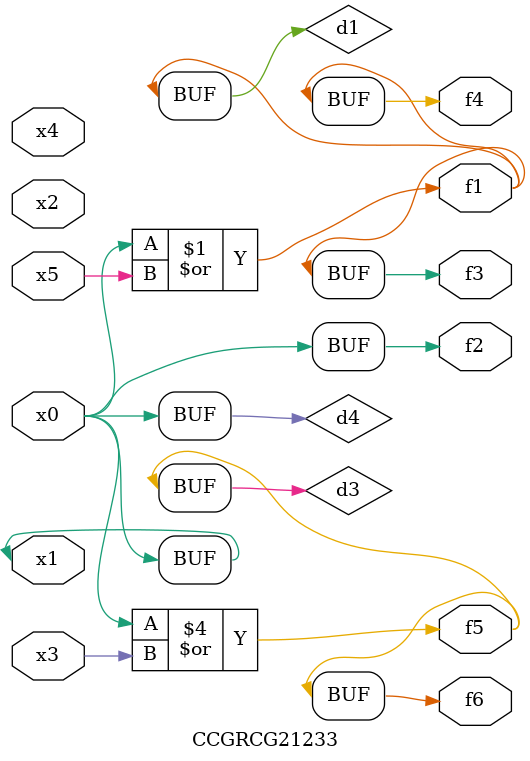
<source format=v>
module CCGRCG21233(
	input x0, x1, x2, x3, x4, x5,
	output f1, f2, f3, f4, f5, f6
);

	wire d1, d2, d3, d4;

	or (d1, x0, x5);
	xnor (d2, x1, x4);
	or (d3, x0, x3);
	buf (d4, x0, x1);
	assign f1 = d1;
	assign f2 = d4;
	assign f3 = d1;
	assign f4 = d1;
	assign f5 = d3;
	assign f6 = d3;
endmodule

</source>
